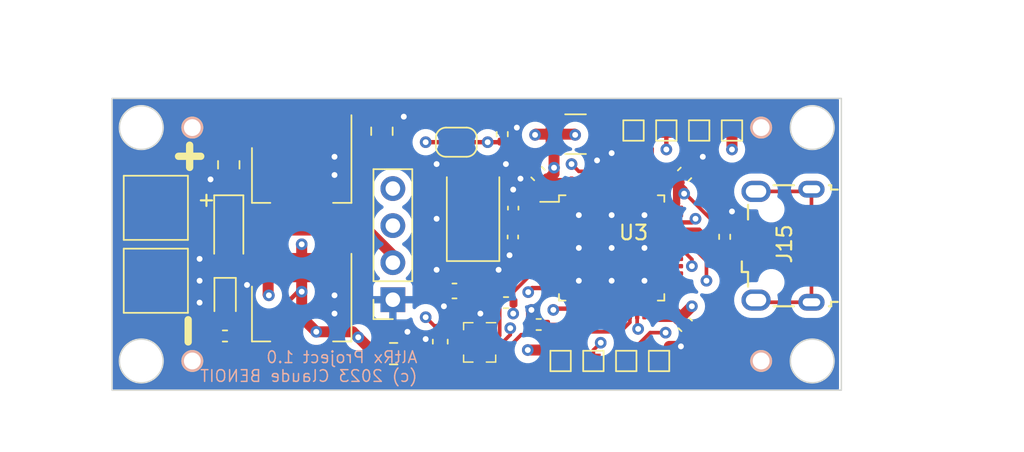
<source format=kicad_pcb>
(kicad_pcb (version 20221018) (generator pcbnew)
  (layers (0 "F.Cu" jumper) (1 "In1.Cu" signal) (2 "In2.Cu" signal) (31 "B.Cu" signal) (34 "B.Paste" user) (35 "F.Paste" user) (36 "B.SilkS" user "B.Silkscreen") (37 "F.SilkS" user "F.Silkscreen") (38 "B.Mask" user) (39 "F.Mask" user) (44 "Edge.Cuts" user))
  (net 0 "")
  (net 1 "+5V")
  (net 2 "GND")
  (net 3 "+3.3V")
  (net 4 "XTAL O")
  (net 5 "XTAL I")
  (net 6 "NRST")
  (net 7 "/LED_PWR_K")
  (net 8 "SDWCK")
  (net 9 "/VBAT")
  (net 10 "SWDIO")
  (net 11 "Net-(U2-CSB)")
  (net 12 "BOOT0")
  (net 13 "BOOT1")
  (net 19 "UART1_TX")
  (net 20 "UART1_RX")
  (net 32 "UART2_TX")
  (net 33 "UART2_RX")
  (net 40 "I2C_SCK")
  (net 41 "I2C_SDA")
  (net 46 "unconnected-(J15-Shield-Pad6)")
  (net 47 "/Vin")
  (net 48 "USB_D-")
  (net 49 "USB_D+")
  (footprint "Jumper:SolderJumper-2_P1.3mm_Open_RoundedPad1.0x1.5mm" (layer "F.Cu") (at 111.35 75.5 180)
    (fp_text reference "JP2" hide)
    (fp_text value "SolderJumper_2_Open")
    (pad "1" smd custom (at -0.65 0 180) (size 1 0.5) (layers "F.Cu" "F.Mask") (net 12 "BOOT0") (options (clearance outline) (anchor rect)) (primitives (gr_circle (center 0 0.25) (end 0.5 0.25) (width 0) (fill yes)) (gr_circle (center 0 -0.25) (end 0.5 -0.25) (width 0) (fill yes)) (gr_poly (pts (xy 0.5 0.75) (xy 0 0.75) (xy 0 -0.75) (xy 0.5 -0.75)) (width 0) (fill yes))))
    (pad "2" smd custom (at 0.65 0 180) (size 1 0.5) (layers "F.Cu" "F.Mask") (net 3 "+3.3V") (options (clearance outline) (anchor rect)) (primitives (gr_circle (center 0 0.25) (end 0.5 0.25) (width 0) (fill yes)) (gr_circle (center 0 -0.25) (end 0.5 -0.25) (width 0) (fill yes)) (gr_poly (pts (xy 0 0.75) (xy -0.5 0.75) (xy -0.5 -0.75) (xy 0 -0.75)) (width 0) (fill yes))))
  )
  (footprint "Package_TO_SOT_SMD:SOT-223" (layer "F.Cu") (at 100.75 77.75 -90)
    (fp_text reference "U1" hide)
    (fp_text value "AMS1117-5.0")
    (pad "1" smd rect (at -3.15 -2.3 270) (size 2 1.5) (layers "F.Cu" "F.Paste" "F.Mask") (net 2 "GND"))
    (pad "2" smd rect (at -3.15 0 270) (size 2 1.5) (layers "F.Cu" "F.Paste" "F.Mask") (net 1 "+5V"))
    (pad "3" smd rect (at -3.15 2.3 270) (size 2 1.5) (layers "F.Cu" "F.Paste" "F.Mask") (net 47 "/Vin"))
    (pad "4" smd rect (at 3.15 0 270) (size 2 3.8) (layers "F.Cu" "F.Paste" "F.Mask"))
  )
  (footprint "TestPoint:TestPoint_Pad_1.0x1.0mm" (layer "F.Cu") (at 128 74.699999)
    (fp_text reference "J7" hide)
    (fp_text value "Conn_01x01_Pin")
    (pad "1" smd rect (at 0 0) (size 1 1) (layers "F.Cu" "F.Mask") (net 2 "GND"))
  )
  (footprint "Connector_PinSocket_2.54mm:PinSocket_1x04_P2.54mm_Vertical" (layer "F.Cu") (at 107 86.3 180)
    (fp_text reference "J3" hide)
    (fp_text value "Conn_01x04_Pin")
    (pad "1" thru_hole rect (at 0 0 180) (size 1.7 1.7) (drill 1) (layers "*.Cu" "*.Mask") (net 2 "GND"))
    (pad "2" thru_hole oval (at 0 2.54 180) (size 1.7 1.7) (drill 1) (layers "*.Cu" "*.Mask") (net 1 "+5V"))
    (pad "3" thru_hole oval (at 0 5.08 180) (size 1.7 1.7) (drill 1) (layers "*.Cu" "*.Mask") (net 32 "UART2_TX"))
    (pad "4" thru_hole oval (at 0 7.62 180) (size 1.7 1.7) (drill 1) (layers "*.Cu" "*.Mask") (net 33 "UART2_RX"))
  )
  (footprint "Capacitor_SMD:C_0805_2012Metric" (layer "F.Cu") (at 106.25 74.75 90)
    (fp_text reference "C2" hide)
    (fp_text value "22u")
    (pad "1" smd roundrect (at -0.95 0 90) (size 1 1.45) (layers "F.Cu" "F.Paste" "F.Mask") (net 1 "+5V"))
    (pad "2" smd roundrect (at 0.95 0 90) (size 1 1.45) (layers "F.Cu" "F.Paste" "F.Mask") (net 2 "GND"))
  )
  (footprint "Crystal:Crystal_SMD_5032-2Pin_5.0x3.2mm" (layer "F.Cu") (at 112.499999 80.6 90)
    (fp_text reference "Y1" hide)
    (fp_text value "8 MHz")
    (pad "1" smd rect (at -1.85 0 90) (size 2 2.4) (layers "F.Cu" "F.Paste" "F.Mask") (net 4 "XTAL O"))
    (pad "2" smd rect (at 1.85 0 90) (size 2 2.4) (layers "F.Cu" "F.Paste" "F.Mask") (net 5 "XTAL I"))
  )
  (footprint "Capacitor_SMD:C_0805_2012Metric" (layer "F.Cu") (at 107.05 90)
    (fp_text reference "C8" hide)
    (fp_text value "22u")
    (pad "1" smd roundrect (at -0.95 0) (size 1 1.45) (layers "F.Cu" "F.Paste" "F.Mask") (net 3 "+3.3V"))
    (pad "2" smd roundrect (at 0.95 0) (size 1 1.45) (layers "F.Cu" "F.Paste" "F.Mask") (net 2 "GND"))
  )
  (footprint "Connector_USB:USB_Micro-B_Wuerth_629105150521" (layer "F.Cu") (at 133.75 82.6 90)
    (fp_text reference "J15" (at 0.125 0.1 90) (layer "F.SilkS"))
    (fp_text value "USB_B_Mini")
    (pad "" np_thru_hole oval (at -2.5 -0.8 90) (size 0.8 0.8) (drill 0.8) (layers "*.Cu" "*.Mask"))
    (pad "" np_thru_hole oval (at 2.5 -0.8 90) (size 0.8 0.8) (drill 0.8) (layers "*.Cu" "*.Mask"))
    (pad "1" smd rect (at -1.3 -1.9 90) (size 0.45 1.3) (layers "F.Cu" "F.Paste" "F.Mask"))
    (pad "2" smd rect (at -0.65 -1.9 90) (size 0.45 1.3) (layers "F.Cu" "F.Paste" "F.Mask") (net 48 "USB_D-"))
    (pad "3" smd rect (at 0 -1.9 90) (size 0.45 1.3) (layers "F.Cu" "F.Paste" "F.Mask") (net 49 "USB_D+"))
    (pad "4" smd rect (at 0.65 -1.9 90) (size 0.45 1.3) (layers "F.Cu" "F.Paste" "F.Mask"))
    (pad "5" smd rect (at 1.3 -1.9 90) (size 0.45 1.3) (layers "F.Cu" "F.Paste" "F.Mask") (net 2 "GND"))
    (pad "6" thru_hole oval (at -3.875 1.95 90) (size 1.15 1.8) (drill oval 0.55 1.2) (layers "*.Cu" "*.Mask") (net 46 "unconnected-(J15-Shield-Pad6)"))
    (pad "6" thru_hole oval (at -3.725 -1.85 90) (size 1.45 2) (drill oval 0.85 1.4) (layers "*.Cu" "*.Mask") (net 46 "unconnected-(J15-Shield-Pad6)"))
    (pad "6" thru_hole oval (at 3.725 -1.85 90) (size 1.45 2) (drill oval 0.85 1.4) (layers "*.Cu" "*.Mask") (net 46 "unconnected-(J15-Shield-Pad6)"))
    (pad "6" thru_hole oval (at 3.875 1.95 90) (size 1.15 1.8) (drill oval 0.55 1.2) (layers "*.Cu" "*.Mask") (net 46 "unconnected-(J15-Shield-Pad6)"))
  )
  (footprint "Package_LGA:Bosch_LGA-8_2x2.5mm_P0.65mm_ClockwisePinNumbering" (layer "F.Cu") (at 112.949999 89.224999 -90)
    (fp_text reference "U2" hide)
    (fp_text value "BMP280")
    (pad "1" smd rect (at -0.975 -0.8) (size 0.5 0.35) (layers "F.Cu" "F.Paste" "F.Mask") (net 2 "GND"))
    (pad "2" smd rect (at -0.325 -0.8) (size 0.5 0.35) (layers "F.Cu" "F.Paste" "F.Mask") (net 11 "Net-(U2-CSB)"))
    (pad "3" smd rect (at 0.325 -0.8) (size 0.5 0.35) (layers "F.Cu" "F.Paste" "F.Mask") (net 41 "I2C_SDA"))
    (pad "4" smd rect (at 0.975 -0.8) (size 0.5 0.35) (layers "F.Cu" "F.Paste" "F.Mask") (net 40 "I2C_SCK"))
    (pad "5" smd rect (at 0.975 0.8) (size 0.5 0.35) (layers "F.Cu" "F.Paste" "F.Mask") (net 2 "GND"))
    (pad "6" smd rect (at 0.325 0.8) (size 0.5 0.35) (layers "F.Cu" "F.Paste" "F.Mask") (net 3 "+3.3V"))
    (pad "7" smd rect (at -0.325 0.8) (size 0.5 0.35) (layers "F.Cu" "F.Paste" "F.Mask") (net 2 "GND"))
    (pad "8" smd rect (at -0.975 0.8) (size 0.5 0.35) (layers "F.Cu" "F.Paste" "F.Mask") (net 3 "+3.3V"))
  )
  (footprint "TestPoint:TestPoint_Pad_1.0x1.0mm" (layer "F.Cu") (at 125.249999 90.5 -90)
    (fp_text reference "J10" hide)
    (fp_text value "Conn_01x01_Pin")
    (pad "1" smd rect (at 0 0 270) (size 1 1) (layers "F.Cu" "F.Mask") (net 2 "GND"))
  )
  (footprint "Library:JLCPCB_ToolingHole" (layer "F.Cu") (at 93.25 90.5)
    (fp_text reference "REF**")
    (fp_text value "JLCPCB_ToolingHole")
    (pad "" np_thru_hole circle (at 0 0) (size 1.5 1.5) (drill 1.152) (layers "*.SilkS" "*.Mask"))
  )
  (footprint "Library:JLCPCB_ToolingHole" (layer "F.Cu") (at 93.25 74.5)
    (fp_text reference "REF**")
    (fp_text value "JLCPCB_ToolingHole")
    (pad "" np_thru_hole circle (at 0 0) (size 1.5 1.5) (drill 1.152) (layers "*.SilkS" "*.Mask"))
  )
  (footprint "LED_SMD:LED_0603_1608Metric" (layer "F.Cu") (at 95.5 86.2875 -90)
    (fp_text reference "D3" hide)
    (fp_text value "YLW")
    (pad "1" smd roundrect (at -0.7875 0 270) (size 0.875 0.95) (layers "F.Cu" "F.Paste" "F.Mask") (net 2 "GND"))
    (pad "2" smd roundrect (at 0.7875 0 270) (size 0.875 0.95) (layers "F.Cu" "F.Paste" "F.Mask") (net 7 "/LED_PWR_K"))
  )
  (footprint "Resistor_SMD:R_0402_1005Metric" (layer "F.Cu") (at 117 88)
    (fp_text reference "R4" hide)
    (fp_text value "10K")
    (pad "1" smd roundrect (at -0.51 0) (size 0.54 0.64) (layers "F.Cu" "F.Paste" "F.Mask") (net 2 "GND"))
    (pad "2" smd roundrect (at 0.51 0) (size 0.54 0.64) (layers "F.Cu" "F.Paste" "F.Mask") (net 13 "BOOT1"))
  )
  (footprint "Package_TO_SOT_SMD:SOT-223" (layer "F.Cu") (at 100.75 87.25 -90)
    (fp_text reference "U4" hide)
    (fp_text value "AMS1117-3.3")
    (pad "1" smd rect (at -3.15 -2.3 270) (size 2 1.5) (layers "F.Cu" "F.Paste" "F.Mask") (net 2 "GND"))
    (pad "2" smd rect (at -3.15 0 270) (size 2 1.5) (layers "F.Cu" "F.Paste" "F.Mask") (net 3 "+3.3V"))
    (pad "3" smd rect (at -3.15 2.3 270) (size 2 1.5) (layers "F.Cu" "F.Paste" "F.Mask") (net 1 "+5V"))
    (pad "4" smd rect (at 3.15 0 270) (size 2 3.8) (layers "F.Cu" "F.Paste" "F.Mask"))
  )
  (footprint "Capacitor_SMD:C_0603_1608Metric" (layer "F.Cu") (at 110.249999 89.174999 -90)
    (fp_text reference "C3" hide)
    (fp_text value "100n")
    (pad "1" smd roundrect (at -0.775 0 270) (size 0.9 0.95) (layers "F.Cu" "F.Paste" "F.Mask") (net 3 "+3.3V"))
    (pad "2" smd roundrect (at 0.775 0 270) (size 0.9 0.95) (layers "F.Cu" "F.Paste" "F.Mask") (net 2 "GND"))
  )
  (footprint "Capacitor_SMD:C_0603_1608Metric" (layer "F.Cu") (at 126.999999 77.699999 45)
    (fp_text reference "C7" hide)
    (fp_text value "100n")
    (pad "1" smd roundrect (at -0.775 0 45) (size 0.9 0.95) (layers "F.Cu" "F.Paste" "F.Mask") (net 3 "+3.3V"))
    (pad "2" smd roundrect (at 0.775 0 45) (size 0.9 0.95) (layers "F.Cu" "F.Paste" "F.Mask") (net 2 "GND"))
  )
  (footprint "Resistor_SMD:R_0402_1005Metric" (layer "F.Cu") (at 95.49 88.7875 180)
    (fp_text reference "R5" hide)
    (fp_text value "510R")
    (pad "1" smd roundrect (at -0.51 0 180) (size 0.54 0.64) (layers "F.Cu" "F.Paste" "F.Mask") (net 3 "+3.3V"))
    (pad "2" smd roundrect (at 0.51 0 180) (size 0.54 0.64) (layers "F.Cu" "F.Paste" "F.Mask") (net 7 "/LED_PWR_K"))
  )
  (footprint "Capacitor_SMD:C_0805_2012Metric" (layer "F.Cu") (at 95.75 77.05 -90)
    (fp_text reference "C1" hide)
    (fp_text value "22u")
    (pad "1" smd roundrect (at -0.95 0 270) (size 1 1.45) (layers "F.Cu" "F.Paste" "F.Mask") (net 47 "/Vin"))
    (pad "2" smd roundrect (at 0.95 0 270) (size 1 1.45) (layers "F.Cu" "F.Paste" "F.Mask") (net 2 "GND"))
  )
  (footprint "Capacitor_SMD:C_0402_1005Metric" (layer "F.Cu") (at 115.23 82 -90)
    (fp_text reference "C4" hide)
    (fp_text value "22pF")
    (pad "1" smd roundrect (at -0.48 0 270) (size 0.56 0.62) (layers "F.Cu" "F.Paste" "F.Mask") (net 4 "XTAL O"))
    (pad "2" smd roundrect (at 0.48 0 270) (size 0.56 0.62) (layers "F.Cu" "F.Paste" "F.Mask") (net 2 "GND"))
  )
  (footprint "TestPoint:TestPoint_Pad_1.0x1.0mm" (layer "F.Cu") (at 118.499999 90.5 -90)
    (fp_text reference "J4" hide)
    (fp_text value "Conn_01x01_Pin")
    (pad "1" smd rect (at 0 0 270) (size 1 1) (layers "F.Cu" "F.Mask") (net 1 "+5V"))
  )
  (footprint "Resistor_SMD:R_0402_1005Metric" (layer "F.Cu") (at 114.76 86.5 180)
    (fp_text reference "R2" hide)
    (fp_text value "10K")
    (pad "1" smd roundrect (at -0.51 0 180) (size 0.54 0.64) (layers "F.Cu" "F.Paste" "F.Mask") (net 3 "+3.3V"))
    (pad "2" smd roundrect (at 0.51 0 180) (size 0.54 0.64) (layers "F.Cu" "F.Paste" "F.Mask") (net 11 "Net-(U2-CSB)"))
  )
  (footprint "Capacitor_SMD:C_0402_1005Metric" (layer "F.Cu") (at 115.249999 80.02 90)
    (fp_text reference "C5" hide)
    (fp_text value "22pF")
    (pad "1" smd roundrect (at -0.48 0 90) (size 0.56 0.62) (layers "F.Cu" "F.Paste" "F.Mask") (net 5 "XTAL I"))
    (pad "2" smd roundrect (at 0.48 0 90) (size 0.56 0.62) (layers "F.Cu" "F.Paste" "F.Mask") (net 2 "GND"))
  )
  (footprint "TestPoint:TestPoint_Pad_1.0x1.0mm" (layer "F.Cu") (at 123.5 74.699999)
    (fp_text reference "J2" hide)
    (fp_text value "Conn_01x01_Pin")
    (pad "1" smd rect (at 0 0) (size 1 1) (layers "F.Cu" "F.Mask") (net 8 "SDWCK"))
  )
  (footprint "Capacitor_SMD:C_0603_1608Metric" (layer "F.Cu") (at 127.048007 87.998007 -45)
    (fp_text reference "C9" hide)
    (fp_text value "100n")
    (pad "1" smd roundrect (at -0.775 0 315) (size 0.9 0.95) (layers "F.Cu" "F.Paste" "F.Mask") (net 3 "+3.3V"))
    (pad "2" smd roundrect (at 0.775 0 315) (size 0.9 0.95) (layers "F.Cu" "F.Paste" "F.Mask") (net 2 "GND"))
  )
  (footprint "Diode_SMD:D_SOD-123" (layer "F.Cu") (at 95.75 81.5 -90)
    (fp_text reference "D1" hide)
    (fp_text value "B5819W")
    (pad "1" smd roundrect (at -1.65 0 270) (size 0.9 1.2) (layers "F.Cu" "F.Paste" "F.Mask") (net 47 "/Vin"))
    (pad "2" smd roundrect (at 1.65 0 270) (size 0.9 1.2) (layers "F.Cu" "F.Paste" "F.Mask") (net 9 "/VBAT"))
  )
  (footprint "TestPoint:TestPoint_Pad_1.0x1.0mm" (layer "F.Cu") (at 130.25 74.699999)
    (fp_text reference "J5" hide)
    (fp_text value "Conn_01x01_Pin")
    (pad "1" smd rect (at 0 0) (size 1 1) (layers "F.Cu" "F.Mask") (net 3 "+3.3V"))
  )
  (footprint "Capacitor_SMD:C_0603_1608Metric" (layer "F.Cu") (at 116.951991 77.651991 135)
    (fp_text reference "C10" hide)
    (fp_text value "100n")
    (pad "1" smd roundrect (at -0.775 0 135) (size 0.9 0.95) (layers "F.Cu" "F.Paste" "F.Mask") (net 3 "+3.3V"))
    (pad "2" smd roundrect (at 0.775 0 135) (size 0.9 0.95) (layers "F.Cu" "F.Paste" "F.Mask") (net 2 "GND"))
  )
  (footprint "TestPoint:TestPoint_Pad_1.0x1.0mm" (layer "F.Cu") (at 125.75 74.699999)
    (fp_text reference "J6" hide)
    (fp_text value "Conn_01x01_Pin")
    (pad "1" smd rect (at 0 0) (size 1 1) (layers "F.Cu" "F.Mask") (net 10 "SWDIO"))
  )
  (footprint "TestPoint:TestPoint_Pad_4.0x4.0mm" (layer "F.Cu") (at 90.75 85)
    (fp_text reference "J11" hide)
    (fp_text value "Conn_01x01_Pin")
    (pad "1" smd rect (at 0 0) (size 4 4) (layers "F.Cu" "F.Mask") (net 2 "GND"))
  )
  (footprint "TestPoint:TestPoint_Pad_1.0x1.0mm" (layer "F.Cu") (at 120.749999 90.5 -90)
    (fp_text reference "J8" hide)
    (fp_text value "Conn_01x01_Pin")
    (pad "1" smd rect (at 0 0 270) (size 1 1) (layers "F.Cu" "F.Mask") (net 19 "UART1_TX"))
  )
  (footprint "Capacitor_SMD:C_0603_1608Metric" (layer "F.Cu") (at 111.224999 85.699999 180)
    (fp_text reference "C6" hide)
    (fp_text value "100n")
    (pad "1" smd roundrect (at -0.775 0 180) (size 0.9 0.95) (layers "F.Cu" "F.Paste" "F.Mask") (net 6 "NRST"))
    (pad "2" smd roundrect (at 0.775 0 180) (size 0.9 0.95) (layers "F.Cu" "F.Paste" "F.Mask") (net 2 "GND"))
  )
  (footprint "TestPoint:TestPoint_Pad_1.0x1.0mm" (layer "F.Cu") (at 122.999999 90.5 -90)
    (fp_text reference "J9" hide)
    (fp_text value "Conn_01x01_Pin")
    (pad "1" smd rect (at 0 0 270) (size 1 1) (layers "F.Cu" "F.Mask") (net 20 "UART1_RX"))
  )
  (footprint "Capacitor_SMD:C_1210_3225Metric" (layer "F.Cu") (at 119.525 74.949999)
    (fp_text reference "C11" hide)
    (fp_text value "10u")
    (pad "1" smd roundrect (at -1.475 0) (size 1.15 2.7) (layers "F.Cu" "F.Paste" "F.Mask") (roundrect_rratio 0.217391) (net 3 "+3.3V"))
    (pad "2" smd roundrect (at 1.475 0) (size 1.15 2.7) (layers "F.Cu" "F.Paste" "F.Mask") (roundrect_rratio 0.217391) (net 2 "GND"))
  )
  (footprint "TestPoint:TestPoint_Pad_4.0x4.0mm" (layer "F.Cu") (at 90.75 80)
    (fp_text reference "J1" hide)
    (fp_text value "Conn_01x01_Pin")
    (pad "1" smd rect (at 0 0) (size 4 4) (layers "F.Cu" "F.Mask") (net 9 "/VBAT"))
  )
  (footprint "Resistor_SMD:R_0402_1005Metric" (layer "F.Cu") (at 129.75 81.99 -90)
    (fp_text reference "R1" hide)
    (fp_text value "2K2")
    (pad "1" smd roundrect (at -0.51 0 270) (size 0.54 0.64) (layers "F.Cu" "F.Paste" "F.Mask") (net 3 "+3.3V"))
    (pad "2" smd roundrect (at 0.51 0 270) (size 0.54 0.64) (layers "F.Cu" "F.Paste" "F.Mask") (net 49 "USB_D+"))
  )
  (footprint "Library:JLCPCB_ToolingHole" (layer "F.Cu") (at 132.25 74.5)
    (fp_text reference "REF**")
    (fp_text value "JLCPCB_ToolingHole")
    (pad "" np_thru_hole circle (at 0 0) (size 1.5 1.5) (drill 1.152) (layers "*.SilkS" "*.Mask"))
  )
  (footprint "Resistor_SMD:R_0402_1005Metric" (layer "F.Cu") (at 114.5 74.949999 -90)
    (fp_text reference "R3" hide)
    (fp_text value "10K")
    (pad "1" smd roundrect (at -0.51 0 270) (size 0.54 0.64) (layers "F.Cu" "F.Paste" "F.Mask") (net 2 "GND"))
    (pad "2" smd roundrect (at 0.51 0 270) (size 0.54 0.64) (layers "F.Cu" "F.Paste" "F.Mask") (net 12 "BOOT0"))
  )
  (footprint "Library:JLCPCB_ToolingHole" (layer "F.Cu") (at 132.25 90.5)
    (fp_text reference "REF**")
    (fp_text value "JLCPCB_ToolingHole")
    (pad "" np_thru_hole circle (at 0 0) (size 1.5 1.5) (drill 1.152) (layers "*.SilkS" "*.Mask"))
  )
  (footprint "Package_QFP:LQFP-48_7x7mm_P0.5mm" (layer "F.Cu") (at 122 82.75)
    (fp_text reference "U3" (at 1.5 -1.05) (layer "F.SilkS"))
    (fp_text value "STM32F103C8T6")
    (pad "1" smd roundrect (at -4.1625 -2.75) (size 1.475 0.3) (layers "F.Cu" "F.Paste" "F.Mask") (net 3 "+3.3V"))
    (pad "2" smd roundrect (at -4.1625 -2.25) (size 1.475 0.3) (layers "F.Cu" "F.Paste" "F.Mask"))
    (pad "3" smd roundrect (at -4.1625 -1.75) (size 1.475 0.3) (layers "F.Cu" "F.Paste" "F.Mask"))
    (pad "4" smd roundrect (at -4.1625 -1.25) (size 1.475 0.3) (layers "F.Cu" "F.Paste" "F.Mask"))
    (pad "5" smd roundrect (at -4.1625 -0.75) (size 1.475 0.3) (layers "F.Cu" "F.Paste" "F.Mask") (net 5 "XTAL I"))
    (pad "6" smd roundrect (at -4.1625 -0.25) (size 1.475 0.3) (layers "F.Cu" "F.Paste" "F.Mask") (net 4 "XTAL O"))
    (pad "7" smd roundrect (at -4.1625 0.25) (size 1.475 0.3) (layers "F.Cu" "F.Paste" "F.Mask") (net 6 "NRST"))
    (pad "8" smd roundrect (at -4.1625 0.75) (size 1.475 0.3) (layers "F.Cu" "F.Paste" "F.Mask") (net 2 "GND"))
    (pad "9" smd roundrect (at -4.1625 1.25) (size 1.475 0.3) (layers "F.Cu" "F.Paste" "F.Mask") (net 3 "+3.3V"))
    (pad "10" smd roundrect (at -4.1625 1.75) (size 1.475 0.3) (layers "F.Cu" "F.Paste" "F.Mask"))
    (pad "11" smd roundrect (at -4.1625 2.25) (size 1.475 0.3) (layers "F.Cu" "F.Paste" "F.Mask"))
    (pad "12" smd roundrect (at -4.1625 2.75) (size 1.475 0.3) (layers "F.Cu" "F.Paste" "F.Mask") (net 32 "UART2_TX"))
    (pad "13" smd roundrect (at -2.75 4.1625) (size 0.3 1.475) (layers "F.Cu" "F.Paste" "F.Mask") (net 33 "UART2_RX"))
    (pad "14" smd roundrect (at -2.25 4.1625) (size 0.3 1.475) (layers "F.Cu" "F.Paste" "F.Mask"))
    (pad "15" smd roundrect (at -1.75 4.1625) (size 0.3 1.475) (layers "F.Cu" "F.Paste" "F.Mask"))
    (pad "16" smd roundrect (at -1.25 4.1625) (size 0.3 1.475) (layers "F.Cu" "F.Paste" "F.Mask"))
    (pad "17" smd roundrect (at -0.75 4.1625) (size 0.3 1.475) (layers "F.Cu" "F.Paste" "F.Mask"))
    (pad "18" smd roundrect (at -0.25 4.1625) (size 0.3 1.475) (layers "F.Cu" "F.Paste" "F.Mask"))
    (pad "19" smd roundrect (at 0.25 4.1625) (size 0.3 1.475) (layers "F.Cu" "F.Paste" "F.Mask"))
    (pad "20" smd roundrect (at 0.75 4.1625) (size 0.3 1.475) (layers "F.Cu" "F.Paste" "F.Mask") (net 13 "BOOT1"))
    (pad "21" smd roundrect (at 1.25 4.1625) (size 0.3 1.475) (layers "F.Cu" "F.Paste" "F.Mask") (net 40 "I2C_SCK"))
    (pad "22" smd roundrect (at 1.75 4.1625) (size 0.3 1.475) (layers "F.Cu" "F.Paste" "F.Mask") (net 41 "I2C_SDA"))
    (pad "23" smd roundrect (at 2.25 4.1625) (size 0.3 1.475) (layers "F.Cu" "F.Paste" "F.Mask") (net 2 "GND"))
    (pad "24" smd roundrect (at 2.75 4.1625) (size 0.3 1.475) (layers "F.Cu" "F.Paste" "F.Mask") (net 3 "+3.3V"))
    (pad "25" smd roundrect (at 4.1625 2.75) (size 1.475 0.3) (layers "F.Cu" "F.Paste" "F.Mask"))
    (pad "26" smd roundrect (at 4.1625 2.25) (size 1.475 0.3) (layers "F.Cu" "F.Paste" "F.Mask"))
    (pad "27" smd roundrect (at 4.1625 1.75) (size 1.475 0.3) (layers "F.Cu" "F.Paste" "F.Mask"))
    (pad "28" smd roundrect (at 4.1625 1.25) (size 1.475 0.3) (layers "F.Cu" "F.Paste" "F.Mask"))
    (pad "29" smd roundrect (at 4.1625 0.75) (size 1.475 0.3) (layers "F.Cu" "F.Paste" "F.Mask"))
    (pad "30" smd roundrect (at 4.1625 0.25) (size 1.475 0.3) (layers "F.Cu" "F.Paste" "F.Mask") (net 19 "UART1_TX"))
    (pad "31" smd roundrect (at 4.1625 -0.25) (size 1.475 0.3) (layers "F.Cu" "F.Paste" "F.Mask") (net 20 "UART1_RX"))
    (pad "32" smd roundrect (at 4.1625 -0.75) (size 1.475 0.3) (layers "F.Cu" "F.Paste" "F.Mask") (net 48 "USB_D-"))
    (pad "33" smd roundrect (at 4.1625 -1.25) (size 1.475 0.3) (layers "F.Cu" "F.Paste" "F.Mask") (net 49 "USB_D+"))
    (pad "34" smd roundrect (at 4.1625 -1.75) (size 1.475 0.3) (layers "F.Cu" "F.Paste" "F.Mask") (net 10 "SWDIO"))
    (pad "35" smd roundrect (at 4.1625 -2.25) (size 1.475 0.3) (layers "F.Cu" "F.Paste" "F.Mask") (net 2 "GND"))
    (pad "36" smd roundrect (at 4.1625 -2.75) (size 1.475 0.3) (layers "F.Cu" "F.Paste" "F.Mask") (net 3 "+3.3V"))
    (pad "37" smd roundrect (at 2.75 -4.1625) (size 0.3 1.475) (layers "F.Cu" "F.Paste" "F.Mask") (net 8 "SDWCK"))
    (pad "38" smd roundrect (at 2.25 -4.1625) (size 0.3 1.475) (layers "F.Cu" "F.Paste" "F.Mask"))
    (pad "39" smd roundrect (at 1.75 -4.1625) (size 0.3 1.475) (layers "F.Cu" "F.Paste" "F.Mask"))
    (pad "40" smd roundrect (at 1.25 -4.1625) (size 0.3 1.475) (layers "F.Cu" "F.Paste" "F.Mask"))
    (pad "41" smd roundrect (at 0.75 -4.1625) (size 0.3 1.475) (layers "F.Cu" "F.Paste" "F.Mask"))
    (pad "42" smd roundrect (at 0.25 -4.1625) (size 0.3 1.475) (layers "F.Cu" "F.Paste" "F.Mask"))
    (pad "43" smd roundrect (at -0.25 -4.1625) (size 0.3 1.475) (layers "F.Cu" "F.Paste" "F.Mask"))
    (pad "44" smd roundrect (at -0.75 -4.1625) (size 0.3 1.475) (layers "F.Cu" "F.Paste" "F.Mask") (net 12 "BOOT0"))
    (pad "45" smd roundrect (at -1.25 -4.1625) (size 0.3 1.475) (layers "F.Cu" "F.Paste" "F.Mask"))
    (pad "46" smd roundrect (at -1.75 -4.1625) (size 0.3 1.475) (layers "F.Cu" "F.Paste" "F.Mask"))
    (pad "47" smd roundrect (at -2.25 -4.1625) (size 0.3 1.475) (layers "F.Cu" "F.Paste" "F.Mask") (net 2 "GND"))
    (pad "48" smd roundrect (at -2.75 -4.1625) (size 0.3 1.475) (layers "F.Cu" "F.Paste" "F.Mask") (net 3 "+3.3V"))
  )
  (gr_circle locked (center 89.75 90.5) (end 91.25 90.5) (stroke (width 0.1)) (fill none) (layer "Edge.Cuts"))
  (gr_circle locked (center 89.75 74.5) (end 91.25 74.5) (stroke (width 0.1)) (fill none) (layer "Edge.Cuts"))
  (gr_circle locked (center 135.75 90.5) (end 137.25 90.5) (stroke (width 0.1)) (fill none) (layer "Edge.Cuts"))
  (gr_rect locked (start 87.75 72.5) (end 137.75 92.5) (stroke (width 0.1)) (fill none) (layer "Edge.Cuts"))
  (gr_circle locked (center 135.75 74.5) (end 137.25 74.5) (stroke (width 0.1)) (fill none) (layer "Edge.Cuts"))
  (gr_text "AltRx Project 1.0\n(c) 2023 Claude BENOIT" (at 108.75 92) (layer "B.SilkS") (effects (font (size 0.8 0.8) (thickness 0.1) bold) (justify left bottom mirror)))
  (gr_text "+" (at 93.5 80) (layer "F.SilkS") (effects (font (size 1 1)) (justify left bottom)))
  (gr_text "-" (at 94 90 90) (layer "F.SilkS") (effects (font (size 2 2) (thickness 0.5)) (justify left bottom)))
  (gr_text "+" (at 91.5 77.5) (layer "F.SilkS") (effects (font (size 2 2) (thickness 0.5)) (justify left bottom)))
  (segment (start 98.45 84.1) (end 98.45 85.95) (width 0.75) (layer "F.Cu") (net 1))
  (segment (start 107 83.25) (end 103.875 80.125) (width 0.75) (layer "F.Cu") (net 1))
  (segment (start 100.75 74.6) (end 100.75 77) (width 0.75) (layer "F.Cu") (net 1))
  (segment (start 98.275 79.475) (end 98.275 83.925) (width 0.75) (layer "F.Cu") (net 1))
  (segment (start 103.875 80.125) (end 100.75 77) (width 0.75) (layer "F.Cu") (net 1))
  (segment (start 100.75 77) (end 98.275 79.475) (width 0.75) (layer "F.Cu") (net 1))
  (segment (start 98.45 85.95) (end 98.5 86) (width 0.75) (layer "F.Cu") (net 1))
  (segment (start 107 83.76) (end 107 83.25) (width 0.75) (layer "F.Cu") (net 1))
  (segment (start 118.25 90.5) (end 118.499999 90.5) (width 0.75) (layer "F.Cu") (net 1))
  (segment (start 116.25 89.75) (end 117.5 89.75) (width 0.75) (layer "F.Cu") (net 1))
  (segment (start 106.25 75.7) (end 105.575 76.375) (width 0.75) (layer "F.Cu") (net 1))
  (segment (start 98.275 83.925) (end 98.45 84.1) (width 0.75) (layer "F.Cu") (net 1))
  (segment (start 105.575 77.425) (end 103.375 79.625) (width 0.75) (layer "F.Cu") (net 1))
  (segment (start 105.575 76.375) (end 105.575 77.425) (width 0.75) (layer "F.Cu") (net 1))
  (segment (start 117.5 89.75) (end 118.25 90.5) (width 0.75) (layer "F.Cu") (net 1))
  (via (at 98.5 86) (size 0.8) (drill 0.4) (layers "F.Cu" "B.Cu") (net 1))
  (via (at 116.25 89.75) (size 0.8) (drill 0.4) (layers "F.Cu" "B.Cu") (net 1))
  (segment (start 112.724999 88.974999) (end 112.649999 88.899999) (width 0.25) (layer "F.Cu") (net 2))
  (segment (start 122 76.25) (end 121 75.25) (width 0.75) (layer "F.Cu") (net 2))
  (segment (start 119 83.5) (end 119.75 82.75) (width 0.3) (layer "F.Cu") (net 2))
  (segment (start 110.449999 85.699999) (end 110.449999 86.699999) (width 0.25) (layer "F.Cu") (net 2))
  (segment (start 114.5 74.439999) (end 115.439999 74.439999) (width 0.75) (layer "F.Cu") (net 2))
  (segment (start 131.3 81.3) (end 131.85 81.3) (width 0.3) (layer "F.Cu") (net 2))
  (segment (start 113.749999 87.999999) (end 113 87.25) (width 0.25) (layer "F.Cu") (net 2))
  (segment (start 119.75 80.5) (end 119.75 80.25) (width 0.3) (layer "F.Cu") (net 2))
  (segment (start 112.649999 88.899999) (end 113.299999 88.249999) (width 0.25) (layer "F.Cu") (net 2))
  (segment (start 124.25 85) (end 124.25 85.25) (width 0.3) (layer "F.Cu") (net 2))
  (segment (start 119.75 78.5875) (end 119.75 80.5) (width 0.3) (layer "F.Cu") (net 2))
  (segment (start 93.75 85) (end 94.25 85.5) (width 0.75) (layer "F.Cu") (net 2))
  (segment (start 91 84.5) (end 92 83.5) (width 0.75) (layer "F.Cu") (net 2))
  (segment (start 127.548007 77.151991) (end 127.598009 77.151991) (width 0.75) (layer "F.Cu") (net 2))
  (segment (start 117.8375 83.5) (end 119 83.5) (width 0.3) (layer "F.Cu") (net 2))
  (segment (start 115.439999 74.439999) (end 115.5 74.5) (width 0.75) (layer "F.Cu") (net 2))
  (segment (start 110.449999 86.699999) (end 110.5 86.75) (width 0.25) (layer "F.Cu") (net 2))
  (segment (start 115.75 77.757966) (end 116.403983 77.103983) (width 0.75) (layer "F.Cu") (net 2))
  (segment (start 113.749999 88.249999) (end 113.749999 87.999999) (width 0.25) (layer "F.Cu") (net 2))
  (segment (start 127.596015 88.653985) (end 127.596015 88.546015) (width 0.75) (layer "F.Cu") (net 2))
  (segment (start 103.05 87.2) (end 103 87.25) (width 0.75) (layer "F.Cu") (net 2))
  (segment (start 92.25 86.5) (end 90.75 85) (width 0.75) (layer "F.Cu") (net 2))
  (segment (start 95.5 85.5) (end 96.7875 85.5) (width 0.75) (layer "F.Cu") (net 2))
  (segment (start 96.7875 85.5) (end 97 85.2875) (width 0.75) (layer "F.Cu") (net 2))
  (segment (start 116.5 87.99) (end 116.49 88) (width 0.75) (layer "F.Cu") (net 2))
  (segment (start 115.75 78) (end 115.75 77.757966) (width 0.75) (layer "F.Cu") (net 2))
  (segment (start 94.25 85.5) (end 95.5 85.5) (width 0.75) (layer "F.Cu") (net 2))
  (segment (start 115.23 83.02) (end 115 83.25) (width 0.3) (layer "F.Cu") (net 2))
  (segment (start 126.1625 80.5) (end 124.25 80.5) (width 0.3) (layer "F.Cu") (net 2))
  (segment (start 115.249999 78.750001) (end 115.25 78.75) (width 0.3) (layer "F.Cu") (net 2))
  (segment (start 112.724999 90.124999) (end 112.724999 88.974999) (width 0.25) (layer "F.Cu") (net 2))
  (segment (start 127.598009 77.151991) (end 128.25 76.5) (width 0.75) (layer "F.Cu") (net 2))
  (segment (start 115.249999 79.54) (end 115.249999 78.750001) (width 0.3) (layer "F.Cu") (net 2))
  (segment (start 103.05 84.1) (end 103.05 87.2) (width 0.75) (layer "F.Cu") (net 2))
  (segment (start 126.75 89.5) (end 127.596015 88.653985) (width 0.75) (layer "F.Cu") (net 2))
  (segment (start 93.75 85) (end 90.75 85) (width 0.75) (layer "F.Cu") (net 2))
  (segment (start 128 74.699999) (end 128 76.25) (width 0.75) (layer "F.Cu") (net 2))
  (segment (start 109.25 89) (end 109.3 89) (width 0.25) (layer "F.Cu") (net 2))
  (segment (start 93.75 86.5) (end 92.25 86.5) (width 0.75) (layer "F.Cu") (net 2))
  (segment (start 116.5 87) (end 116.5 87.99) (width 0.75) (layer "F.Cu") (net 2))
  (segment (start 125.949998 89.800001) (end 125.249999 90.5) (width 0.75) (layer "F.Cu") (net 2))
  (segment (start 112.149999 88.899999) (end 112.649999 88.899999) (width 0.25) (layer "F.Cu") (net 2))
  (segment (start 109.3 89) (end 110.249999 89.949999) (width 0.25) (layer "F.Cu") (net 2))
  (segment (start 94.549999 78.000001) (end 95.75 78.000001) (width 0.75) (layer "F.Cu") (net 2))
  (segment (start 112.149999 90.199999) (end 110.499999 90.199999) (width 0.25) (layer "F.Cu") (net 2))
  (segment (start 112.149999 90.199999) (end 112.649999 90.199999) (width 0.25) (layer "F.Cu") (net 2))
  (segment (start 103.05 74.6) (end 103.05 77.7) (width 0.75) (layer "F.Cu") (net 2))
  (segment (start 92 83.5) (end 93.75 83.5) (width 0.75) (layer "F.Cu") (net 2))
  (segment (start 124.25 86.9125) (end 124.25 85) (width 0.3) (layer "F.Cu") (net 2))
  (segment (start 121 76.75) (end 121 74.949999) (width 0.75) (layer "F.Cu") (net 2))
  (segment (start 94.5 78.05) (end 94.549999 78.000001) (width 0.75) (layer "F.Cu") (net 2))
  (segment (start 107.7 73.8) (end 107.75 73.75) (width 0.75) (layer "F.Cu") (net 2))
  (segment (start 110.499999 90.199999) (end 110.249999 89.949999) (width 0.25) (layer "F.Cu") (net 2))
  (segment (start 121 75.25) (end 121 74.949999) (width 0.75) (layer "F.Cu") (net 2))
  (segment (start 124.25 80.5) (end 124.75 80.5) (width 0.3) (layer "F.Cu") (net 2))
  (segment (start 128 76.25) (end 128.25 76.5) (width 0.75) (layer "F.Cu") (net 2))
  (segment (start 112.649999 90.199999) (end 112.724999 90.124999) (width 0.25) (layer "F.Cu") (net 2))
  (segment (start 108 90) (end 108 88.5) (width 0.75) (layer "F.Cu") (net 2))
  (segment (start 126.75 89.5) (end 125.949998 89.5) (width 0.75) (layer "F.Cu") (net 2))
  (segment (start 106.25 73.8) (end 107.7 73.8) (width 0.75) (layer "F.Cu") (net 2))
  (segment (start 130.25 80.25) (end 131.3 81.3) (width 0.3) (layer "F.Cu") (net 2))
  (segment (start 113.299999 88.249999) (end 113.749999 88.249999) (width 0.25) (layer "F.Cu") (net 2))
  (segment (start 115.23 82.48) (end 115.23 83.02) (width 0.3) (layer "F.Cu") (net 2))
  (segment (start 103.05 77.7) (end 103 77.75) (width 0.75) (layer "F.Cu") (net 2))
  (via (at 103 87.25) (size 0.8) (drill 0.4) (layers "F.Cu" "B.Cu") (net 2))
  (via (at 126.75 89.5) (size 0.8) (drill 0.4) (layers "F.Cu" "B.Cu") (net 2))
  (via (at 119.75 82.75) (size 0.8) (drill 0.4) (layers "F.Cu" "B.Cu") (net 2))
  (via (at 124.25 80.5) (size 0.8) (drill 0.4) (layers "F.Cu" "B.Cu") (net 2))
  (via (at 119.75 80.5) (size 0.8) (drill 0.4) (layers "F.Cu" "B.Cu") (net 2))
  (via (at 115.75 78) (size 0.8) (drill 0.4) (layers "F.Cu" "B.Cu") (net 2))
  (via (at 130.25 80.25) (size 0.8) (drill 0.4) (layers "F.Cu" "B.Cu") (net 2))
  (via (at 97 85.2875) (size 0.8) (drill 0.4) (layers "F.Cu" "B.Cu") (net 2))
  (via (at 122 82.75) (size 0.8) (drill 0.4) (layers "F.Cu" "B.Cu") (net 2))
  (via (at 119.75 85) (size 0.8) (drill 0.4) (layers "F.Cu" "B.Cu") (net 2))
  (via (at 113 87.25) (size 0.8) (drill 0.4) (layers "F.Cu" "B.Cu") (net 2))
  (via (at 122 85) (size 0.8) (drill 0.4) (layers "F.Cu" "B.Cu") (net 2))
  (via (at 110 80.75) (size 0.8) (drill 0.4) (layers "F.Cu" "B.Cu") (net 2))
  (via (at 93.75 83.5) (size 0.8) (drill 0.4) (layers "F.Cu" "B.Cu") (net 2))
  (via (at 103 77.75) (size 0.8) (drill 0.4) (layers "F.Cu" "B.Cu") (net 2))
  (via (at 122 76.25) (size 0.8) (drill 0.4) (layers "F.Cu" "B.Cu") (net 2))
  (via (at 107.75 73.75) (size 0.8) (drill 0.4) (layers "F.Cu" "B.Cu") (net 2))
  (via (at 108 88.5) (size 0.8) (drill 0.4) (layers "F.Cu" "B.Cu") (net 2))
  (via (at 115.5 74.5) (size 0.8) (drill 0.4) (layers "F.Cu" "B.Cu") (net 2))
  (via (at 93.75 86.5) (size 0.8) (drill 0.4) (layers "F.Cu" "B.Cu") (net 2))
  (via (at 114.25 84.25) (size 0.8) (drill 0.4) (layers "F.Cu" "B.Cu") (net 2))
  (via (at 103 76.5) (size 0.8) (drill 0.4) (layers "F.Cu" "B.Cu") (net 2))
  (via (at 115 83.25) (size 0.8) (drill 0.4) (layers "F.Cu" "B.Cu") (net 2))
  (via (at 110 77) (size 0.8) (drill 0.4) (layers "F.Cu" "B.Cu") (net 2))
  (via (at 110 84.25) (size 0.8) (drill 0.4) (layers "F.Cu" "B.Cu") (net 2))
  (via (at 121 76.75) (size 0.8) (drill 0.4) (layers "F.Cu" "B.Cu") (net 2))
  (via (at 114.75 77) (size 0.8) (drill 0.4) (layers "F.Cu" "B.Cu") (net 2))
  (via (at 124.25 85) (size 0.8) (drill 0.4) (layers "F.Cu" "B.Cu") (net 2))
  (via (at 93.75 85) (size 0.8) (drill 0.4) (layers "F.Cu" "B.Cu") (net 2))
  (via (at 109.25 89) (size 0.8) (drill 0.4) (layers "F.Cu" "B.Cu") (net 2))
  (via (at 128.25 76.5) (size 0.8) (drill 0.4) (layers "F.Cu" "B.Cu") (net 2))
  (via (at 122 80.5) (size 0.8) (drill 0.4) (layers "F.Cu" "B.Cu") (net 2))
  (via (at 115.25 78.75) (size 0.8) (drill 0.4) (layers "F.Cu" "B.Cu") (net 2))
  (via (at 116.5 87) (size 0.8) (drill 0.4) (layers "F.Cu" "B.Cu") (net 2))
  (via (at 124.25 82.75) (size 0.8) (drill 0.4) (layers "F.Cu" "B.Cu") (net 2))
  (via (at 103 86) (size 0.8) (drill 0.4) (layers "F.Cu" "B.Cu") (net 2))
  (via (at 110.5 86.75) (size 0.8) (drill 0.4) (layers "F.Cu" "B.Cu") (net 2))
  (via (at 94.5 78.05) (size 0.8) (drill 0.4) (layers "F.Cu" "B.Cu") (net 2))
  (segment (start 109.25 87.5) (end 110.149999 88.399999) (width 0.25) (layer "F.Cu") (net 3))
  (segment (start 118.05 77.649998) (end 117.499999 78.199999) (width 0.75) (layer "F.Cu") (net 3))
  (segment (start 117.034315 84) (end 115.27 85.764315) (width 0.25) (layer "F.Cu") (net 3))
  (segment (start 104.25 88.5) (end 105.75 90) (width 0.75) (layer "F.Cu") (net 3))
  (segment (start 124.975 87.1375) (end 124.975 86.9125) (width 0.75) (layer "F.Cu") (net 3))
  (segment (start 130.25 74.699999) (end 130.25 76) (width 0.75) (layer "F.Cu") (net 3))
  (segment (start 115.27 86.5) (end 115.27 87.23) (width 0.25) (layer "F.Cu") (net 3))
  (segment (start 101.75 88.5) (end 100.75 87.5) (width 0.75) (layer "F.Cu") (net 3))
  (segment (start 117.499999 78.199999) (end 117.499999 79.662499) (width 0.5) (layer "F.Cu") (net 3))
  (segment (start 97.4625 88.7875) (end 96 88.7875) (width 0.3) (layer "F.Cu") (net 3))
  (segment (start 110.249999 88.399999) (end 111.399999 89.549999) (width 0.25) (layer "F.Cu") (net 3))
  (segment (start 118.05 74.949999) (end 119.449999 74.949999) (width 0.75) (layer "F.Cu") (net 3))
  (segment (start 118.05 74.949999) (end 116.800001 74.949999) (width 0.75) (layer "F.Cu") (net 3))
  (segment (start 117.8375 84) (end 117.034315 84) (width 0.25) (layer "F.Cu") (net 3))
  (segment (start 126.499999 87.449999) (end 126.800001 87.449999) (width 0.75) (layer "F.Cu") (net 3))
  (segment (start 118.862499 78.199999) (end 119.15 78.4875) (width 0.5) (layer "F.Cu") (net 3))
  (segment (start 110.7 75.5) (end 109.25 75.5) (width 0.3) (layer "F.Cu") (net 3))
  (segment (start 126.499999 87.449999) (end 125.287499 87.449999) (width 0.75) (layer "F.Cu") (net 3))
  (segment (start 119.449999 74.949999) (end 119.5 75) (width 0.75) (layer "F.Cu") (net 3))
  (segment (start 100.75 84.1) (end 100.75 82.5) (width 0.75) (layer "F.Cu") (net 3))
  (segment (start 126.800001 87.449999) (end 127.5 86.75) (width 0.75) (layer "F.Cu") (net 3))
  (segment (start 126.970273 79.030227) (end 127.055532 79.030227) (width 0.25) (layer "F.Cu") (net 3))
  (segment (start 100.5 85.75) (end 97.4625 88.7875) (width 0.3) (layer "F.Cu") (net 3))
  (segment (start 126.970273 78.766289) (end 126.451991 78.248007) (width 0.5) (layer "F.Cu") (net 3))
  (segment (start 100.75 87.5) (end 100.75 84.1) (width 0.75) (layer "F.Cu") (net 3))
  (segment (start 118.05 74.949999) (end 118.05 77.649998) (width 0.75) (layer "F.Cu") (net 3))
  (segment (start 117.7375 79.9) (end 117.8375 79.9) (width 0.5) (layer "F.Cu") (net 3))
  (segment (start 126.451991 78.248007) (end 126.451991 79.710509) (width 0.5) (layer "F.Cu") (net 3))
  (segment (start 119.15 78.4875) (end 119.15 78.5875) (width 0.5) (layer "F.Cu") (net 3))
  (segment (start 110.249999 88.399999) (end 111.999999 88.399999) (width 0.25) (layer "F.Cu") (net 3))
  (segment (start 115.27 85.764315) (end 115.27 86.5) (width 0.25) (layer "F.Cu") (net 3))
  (segment (start 100.75 85.75) (end 100.5 85.75) (width 0.3) (layer "F.Cu") (net 3))
  (segment (start 125.287499 87.449999) (end 124.975 87.1375) (width 0.75) (layer "F.Cu") (net 3))
  (segment (start 115.27 87.23) (end 115.25 87.25) (width 0.25) (layer "F.Cu") (net 3))
  (segment (start 126.451991 79.710509) (end 126.2625 79.9) (width 0.5) (layer "F.Cu") (net 3))
  (segment (start 116.800001 74.949999) (end 116.75 75) (width 0.75) (layer "F.Cu") (net 3))
  (segment (start 126.970273 79.030227) (end 126.970273 78.766289) (width 0.5) (layer "F.Cu") (net 3))
  (segment (start 105.75 90) (end 106.1 90) (width 0.75) (layer "F.Cu") (net 3))
  (segment (start 127.055532 79.030227) (end 129.505305 81.48) (width 0.25) (layer "F.Cu") (net 3))
  (segment (start 101.75 88.5) (end 104.25 88.5) (width 0.75) (layer "F.Cu") (net 3))
  (segment (start 117.499999 79.662499) (end 117.7375 79.9) (width 0.5) (layer "F.Cu") (net 3))
  (segment (start 126.2625 79.9) (end 126.1625 79.9) (width 0.5) (layer "F.Cu") (net 3))
  (segment (start 110.149999 88.399999) (end 110.249999 88.399999) (width 0.25) (layer "F.Cu") (net 3))
  (segment (start 111.999999 88.399999) (end 112.149999 88.249999) (width 0.25) (layer "F.Cu") (net 3))
  (segment (start 111.399999 89.549999) (end 112.149999 89.549999) (width 0.25) (layer "F.Cu") (net 3))
  (segment (start 117.499999 78.199999) (end 118.862499 78.199999) (width 0.5) (layer "F.Cu") (net 3))
  (via (at 104.625 88.875) (size 0.8) (drill 0.4) (layers "F.Cu" "B.Cu") (net 3))
  (via (at 100.75 85.75) (size 0.8) (drill 0.4) (layers "F.Cu" "B.Cu") (net 3))
  (via (at 109.25 87.5) (size 0.8) (drill 0.4) (layers "F.Cu" "B.Cu") (net 3))
  (via (at 116.75 75) (size 0.8) (drill 0.4) (layers "F.Cu" "B.Cu") (net 3))
  (via (at 118.05 77.25) (size 0.8) (drill 0.4) (layers "F.Cu" "B.Cu") (net 3))
  (via (at 109.25 75.5) (size 0.8) (drill 0.4) (layers "F.Cu" "B.Cu") (net 3))
  (via (at 126.970273 79.030227) (size 0.8) (drill 0.4) (layers "F.Cu" "B.Cu") (net 3))
  (via (at 119.5 75) (size 0.8) (drill 0.4) (layers "F.Cu" "B.Cu") (net 3))
  (via (at 101.75 88.5) (size 0.8) (drill 0.4) (layers "F.Cu" "B.Cu") (net 3))
  (via (at 130.25 76) (size 0.8) (drill 0.4) (layers "F.Cu" "B.Cu") (net 3))
  (via (at 127.5 86.75) (size 0.8) (drill 0.4) (layers "F.Cu" "B.Cu") (net 3))
  (via (at 115.25 87.25) (size 0.8) (drill 0.4) (layers "F.Cu" "B.Cu") (net 3))
  (via (at 100.75 82.5) (size 0.8) (drill 0.4) (layers "F.Cu" "B.Cu") (net 3))
  (segment (start 115.23 81.52) (end 115.562893 81.52) (width 0.3) (layer "F.Cu") (net 4))
  (segment (start 112.499999 82.45) (end 113.429999 81.52) (width 0.3) (layer "F.Cu") (net 4))
  (segment (start 115.562893 81.52) (end 116.542893 82.5) (width 0.3) (layer "F.Cu") (net 4))
  (segment (start 113.429999 81.52) (end 115.23 81.52) (width 0.3) (layer "F.Cu") (net 4))
  (segment (start 116.542893 82.5) (end 117.8375 82.5) (width 0.3) (layer "F.Cu") (net 4))
  (segment (start 114.249999 80.5) (end 115.249999 80.5) (width 0.3) (layer "F.Cu") (net 5))
  (segment (start 116.749999 82) (end 117.8375 82) (width 0.3) (layer "F.Cu") (net 5))
  (segment (start 112.499999 78.75) (end 114.249999 80.5) (width 0.3) (layer "F.Cu") (net 5))
  (segment (start 115.249999 80.5) (end 116.749999 82) (width 0.3) (layer "F.Cu") (net 5))
  (segment (start 115.5 84.25) (end 115.5 84.75) (width 0.25) (layer "F.Cu") (net 6))
  (segment (start 116.75 83) (end 115.5 84.25) (width 0.25) (layer "F.Cu") (net 6))
  (segment (start 117.8375 83) (end 116.75 83) (width 0.25) (layer "F.Cu") (net 6))
  (segment (start 114.550001 85.699999) (end 111.999999 85.699999) (width 0.25) (layer "F.Cu") (net 6))
  (segment (start 115.5 84.75) (end 114.550001 85.699999) (width 0.25) (layer "F.Cu") (net 6))
  (segment (start 94.9625 87.5375) (end 94.9625 88.77) (width 0.3) (layer "F.Cu") (net 7))
  (segment (start 94.9625 88.77) (end 94.98 88.7875) (width 0.3) (layer "F.Cu") (net 7))
  (segment (start 95.5 87.075) (end 95.425 87.075) (width 0.3) (layer "F.Cu") (net 7))
  (segment (start 95.425 87.075) (end 94.9625 87.5375) (width 0.3) (layer "F.Cu") (net 7))
  (segment (start 123.5 74.699999) (end 124.75 75.949999) (width 0.3) (layer "F.Cu") (net 8))
  (segment (start 124.75 75.949999) (end 124.75 78.5875) (width 0.3) (layer "F.Cu") (net 8))
  (segment (start 91.85 79.25) (end 90.75 79.25) (width 0.75) (layer "F.Cu") (net 9))
  (segment (start 95.75 83.15) (end 91.85 79.25) (width 0.75) (layer "F.Cu") (net 9))
  (segment (start 127.5 81) (end 127.75 80.75) (width 0.3) (layer "F.Cu") (net 10))
  (segment (start 126.1625 81) (end 127.5 81) (width 0.3) (layer "F.Cu") (net 10))
  (segment (start 125.75 76) (end 125.75 74.699999) (width 0.3) (layer "F.Cu") (net 10))
  (via (at 125.75 76) (size 0.8) (drill 0.4) (layers "F.Cu" "B.Cu") (net 10))
  (via (at 127.75 80.75) (size 0.8) (drill 0.4) (layers "F.Cu" "B.Cu") (net 10))
  (segment (start 114.324999 86.574999) (end 114.324999 88.749999) (width 0.25) (layer "F.Cu") (net 11))
  (segment (start 114.25 86.5) (end 114.324999 86.574999) (width 0.25) (layer "F.Cu") (net 11))
  (segment (start 114.174999 88.899999) (end 113.749999 88.899999) (width 0.25) (layer "F.Cu") (net 11))
  (segment (start 114.324999 88.749999) (end 114.174999 88.899999) (width 0.25) (layer "F.Cu") (net 11))
  (segment (start 121.25 78.5875) (end 121.25 77.784315) (width 0.25) (layer "F.Cu") (net 12))
  (segment (start 114.459999 75.5) (end 114.5 75.459999) (width 0.3) (layer "F.Cu") (net 12))
  (segment (start 119.75 77.5) (end 119.25 77) (width 0.25) (layer "F.Cu") (net 12))
  (segment (start 112 75.5) (end 114.459999 75.5) (width 0.3) (layer "F.Cu") (net 12))
  (segment (start 121.25 77.784315) (end 120.965685 77.5) (width 0.25) (layer "F.Cu") (net 12))
  (segment (start 120.965685 77.5) (end 119.75 77.5) (width 0.25) (layer "F.Cu") (net 12))
  (via (at 119.25 77) (size 0.8) (drill 0.4) (layers "F.Cu" "B.Cu") (net 12))
  (via (at 113.5 75.5) (size 0.8) (drill 0.4) (layers "F.Cu" "B.Cu") (net 12))
  (segment (start 122.465685 88) (end 117.51 88) (width 0.25) (layer "F.Cu") (net 13))
  (segment (start 122.75 87.715685) (end 122.465685 88) (width 0.25) (layer "F.Cu") (net 13))
  (segment (start 122.75 86.9125) (end 122.75 87.715685) (width 0.25) (layer "F.Cu") (net 13))
  (segment (start 126.965685 83) (end 127.500497 83.534812) (width 0.25) (layer "F.Cu") (net 19))
  (segment (start 121.25 89.25) (end 120.749999 89.750001) (width 0.25) (layer "F.Cu") (net 19))
  (segment (start 126.1625 83) (end 126.965685 83) (width 0.25) (layer "F.Cu") (net 19))
  (segment (start 120.749999 89.750001) (end 120.749999 90.5) (width 0.25) (layer "F.Cu") (net 19))
  (segment (start 127.500497 83.534812) (end 127.500497 84) (width 0.25) (layer "F.Cu") (net 19))
  (via (at 121.25 89.25) (size 0.8) (drill 0.4) (layers "F.Cu" "B.Cu") (net 19))
  (via (at 127.500497 84) (size 0.8) (drill 0.4) (layers "F.Cu" "B.Cu") (net 19))
  (segment (start 124.641595 88.558403) (end 125.698908 88.558403) (width 0.25) (layer "F.Cu") (net 20))
  (segment (start 122.999999 90.199999) (end 124.641595 88.558403) (width 0.25) (layer "F.Cu") (net 20))
  (segment (start 127.361002 82.5) (end 126.1625 82.5) (width 0.25) (layer "F.Cu") (net 20))
  (segment (start 128.5 85) (end 128.5 83.638998) (width 0.25) (layer "F.Cu") (net 20))
  (segment (start 128.5 83.638998) (end 127.361002 82.5) (width 0.25) (layer "F.Cu") (net 20))
  (via (at 125.698908 88.558403) (size 0.8) (drill 0.4) (layers "F.Cu" "B.Cu") (net 20))
  (via (at 128.5 85) (size 0.8) (drill 0.4) (layers "F.Cu" "B.Cu") (net 20))
  (segment (start 116.558914 85.5) (end 116.279457 85.779457) (width 0.3) (layer "F.Cu") (net 32))
  (segment (start 117.8375 85.5) (end 116.558914 85.5) (width 0.3) (layer "F.Cu") (net 32))
  (via (at 116.279457 85.779457) (size 0.8) (drill 0.4) (layers "F.Cu" "B.Cu") (net 32))
  (segment (start 119.25 86.9125) (end 118.0875 86.9125) (width 0.3) (layer "F.Cu") (net 33))
  (segment (start 118.0875 86.9125) (end 118 87) (width 0.3) (layer "F.Cu") (net 33))
  (via (at 118 87) (size 0.8) (drill 0.4) (layers "F.Cu" "B.Cu") (net 33))
  (segment (start 115.8 88.7) (end 114.300001 90.199999) (width 0.25) (layer "F.Cu") (net 40))
  (segment (start 123.25 87.852081) (end 122.602081 88.5) (width 0.25) (layer "F.Cu") (net 40))
  (segment (start 117.780538 88.7) (end 115.8 88.7) (width 0.25) (layer "F.Cu") (net 40))
  (segment (start 117.980538 88.5) (end 117.780538 88.7) (width 0.25) (layer "F.Cu") (net 40))
  (segment (start 114.300001 90.199999) (end 113.749999 90.199999) (width 0.25) (layer "F.Cu") (net 40))
  (segment (start 122.602081 88.5) (end 117.980538 88.5) (width 0.25) (layer "F.Cu") (net 40))
  (segment (start 123.25 86.9125) (end 123.25 87.852081) (width 0.25) (layer "F.Cu") (net 40))
  (segment (start 115.049499 88.25) (end 115.049499 88.700501) (width 0.25) (layer "F.Cu") (net 41))
  (segment (start 114.200001 89.549999) (end 113.5 89.549999) (width 0.25) (layer "F.Cu") (net 41))
  (segment (start 123.75 88.236344) (end 123.75 86.9125) (width 0.25) (layer "F.Cu") (net 41))
  (segment (start 123.816889 88.303233) (end 123.75 88.236344) (width 0.25) (layer "F.Cu") (net 41))
  (segment (start 115.049499 88.700501) (end 114.200001 89.549999) (width 0.25) (layer "F.Cu") (net 41))
  (via (at 115.049499 88.25) (size 0.8) (drill 0.4) (layers "F.Cu" "B.Cu") (net 41))
  (via (at 123.816889 88.303233) (size 0.8) (drill 0.4) (layers "F.Cu" "B.Cu") (net 41))
  (segment (start 132.05 86.475) (end 131.9 86.325) (width 0.25) (layer "F.Cu") (net 46))
  (segment (start 135.55 78.875) (end 135.7 78.725) (width 0.25) (layer "F.Cu") (net 46))
  (segment (start 135.7 78.725) (end 135.7 86.475) (width 0.25) (layer "F.Cu") (net 46))
  (segment (start 135.7 86.475) (end 132.05 86.475) (width 0.25) (layer "F.Cu") (net 46))
  (segment (start 131.9 78.875) (end 135.55 78.875) (width 0.25) (layer "F.Cu") (net 46))
  (segment (start 96.095863 79.85) (end 98.45 77.495863) (width 0.75) (layer "F.Cu") (net 47))
  (segment (start 95.75 79.85) (end 96.095863 79.85) (width 0.75) (layer "F.Cu") (net 47))
  (segment (start 96.95 76.1) (end 98.45 74.6) (width 0.75) (layer "F.Cu") (net 47))
  (segment (start 98.45 77.495863) (end 98.45 74.6) (width 0.75) (layer "F.Cu") (net 47))
  (segment (start 95.75 76.1) (end 96.95 76.1) (width 0.75) (layer "F.Cu") (net 47))
  (segment (start 128.782754 83.25) (end 131.85 83.25) (width 0.3) (layer "F.Cu") (net 48))
  (segment (start 126.1625 82) (end 127.532754 82) (width 0.3) (layer "F.Cu") (net 48))
  (segment (start 127.532754 82) (end 128.782754 83.25) (width 0.3) (layer "F.Cu") (net 48))
  (segment (start 126.1625 81.5) (end 128 81.5) (width 0.3) (layer "F.Cu") (net 49))
  (segment (start 128 81.5) (end 129.1 82.6) (width 0.3) (layer "F.Cu") (net 49))
  (segment (start 129.1 82.6) (end 131.85 82.6) (width 0.3) (layer "F.Cu") (net 49))
  (zone (net 2) (net_name "GND") (layer "F.Cu") (priority 1) (connect_pads (clearance 0.5)) (min_thickness 0.25) (fill yes (thermal_gap 0.5) (thermal_bridge_width 0.5))
    (polygon (pts (xy 125 79.699998) (xy 124.999999 85.699999) (xy 118.999999 85.7) (xy 118.999999 79.7)))
  )
  (zone (net 2) (net_name "GND") (layers "F.Cu" "In1.Cu") (priority 2) (connect_pads (clearance 0.5)) (min_thickness 0.25) (fill yes (thermal_gap 0.5) (thermal_bridge_width 0.5))
    (polygon (pts (xy 109.749999 76.699999) (xy 109.749999 84.449998) (xy 115 84.449998) (xy 115 83.449999) (xy 116 83.450001) (xy 116 78.699999) (xy 114.999999 78.699999) (xy 115 76.699999)))
  )
  (zone locked (net 2) (net_name "GND") (layer "B.Cu") (connect_pads (clearance 0.5)) (min_thickness 0.25) (fill yes (thermal_gap 0.5) (thermal_bridge_width 0.5))
    (polygon (pts (xy 137.587501 72.5) (xy 137.587501 92.5) (xy 87.587501 92.5) (xy 87.587501 72.5)))
  )
)
</source>
